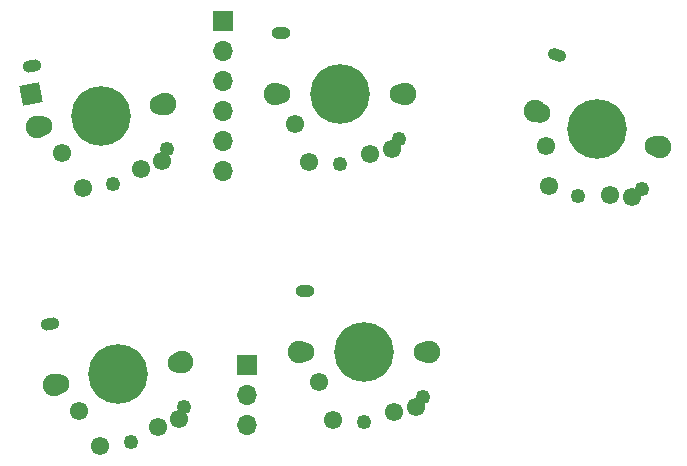
<source format=gbr>
%TF.GenerationSoftware,KiCad,Pcbnew,(6.99.0-4085-g6c752680d7)*%
%TF.CreationDate,2022-11-14T17:07:19+08:00*%
%TF.ProjectId,flex,666c6578-2e6b-4696-9361-645f70636258,rev?*%
%TF.SameCoordinates,Original*%
%TF.FileFunction,Soldermask,Bot*%
%TF.FilePolarity,Negative*%
%FSLAX46Y46*%
G04 Gerber Fmt 4.6, Leading zero omitted, Abs format (unit mm)*
G04 Created by KiCad (PCBNEW (6.99.0-4085-g6c752680d7)) date 2022-11-14 17:07:19*
%MOMM*%
%LPD*%
G01*
G04 APERTURE LIST*
G04 Aperture macros list*
%AMHorizOval*
0 Thick line with rounded ends*
0 $1 width*
0 $2 $3 position (X,Y) of the first rounded end (center of the circle)*
0 $4 $5 position (X,Y) of the second rounded end (center of the circle)*
0 Add line between two ends*
20,1,$1,$2,$3,$4,$5,0*
0 Add two circle primitives to create the rounded ends*
1,1,$1,$2,$3*
1,1,$1,$4,$5*%
%AMRotRect*
0 Rectangle, with rotation*
0 The origin of the aperture is its center*
0 $1 length*
0 $2 width*
0 $3 Rotation angle, in degrees counterclockwise*
0 Add horizontal line*
21,1,$1,$2,0,0,$3*%
G04 Aperture macros list end*
%ADD10R,1.700000X1.700000*%
%ADD11O,1.700000X1.700000*%
%ADD12C,1.900000*%
%ADD13C,1.750000*%
%ADD14HorizOval,1.000000X0.295442X0.052094X-0.295442X-0.052094X0*%
%ADD15C,1.550000*%
%ADD16C,5.050000*%
%ADD17C,1.250000*%
%ADD18O,1.600000X1.000000*%
%ADD19HorizOval,1.000000X0.288379X-0.082691X-0.288379X0.082691X0*%
%ADD20RotRect,1.700000X1.700000X11.000000*%
G04 APERTURE END LIST*
D10*
%TO.C,J2*%
X84959213Y-98494082D03*
D11*
X84959213Y-101034082D03*
X84959213Y-103574082D03*
%TD*%
D12*
%TO.C,SW9*%
X68672382Y-100136342D03*
D13*
X69086002Y-100063410D03*
D14*
X68270497Y-94977757D03*
D15*
X70777774Y-102344288D03*
X72526802Y-105295407D03*
D16*
X74088825Y-99181277D03*
D17*
X75113349Y-104991643D03*
D15*
X77472369Y-103743034D03*
X79238126Y-103045821D03*
D17*
X79672727Y-102055306D03*
D13*
X79091648Y-98299144D03*
D12*
X79505268Y-98226212D03*
%TD*%
%TO.C,SW19*%
X87334019Y-75508476D03*
D13*
X87754019Y-75508476D03*
D18*
X87834018Y-70358475D03*
D15*
X89024019Y-78048476D03*
X90234019Y-81258476D03*
D16*
X92834019Y-75508476D03*
D17*
X92834019Y-81408476D03*
D15*
X95374019Y-80588476D03*
X97234019Y-80208476D03*
D17*
X97834019Y-79308476D03*
D13*
X97914019Y-75508476D03*
D12*
X98334019Y-75508476D03*
%TD*%
%TO.C,SW14*%
X109340287Y-76989670D03*
D13*
X109744017Y-77105437D03*
D19*
X111240449Y-72176989D03*
D15*
X110264700Y-79897101D03*
X110543031Y-83316273D03*
D16*
X114627226Y-78505675D03*
D17*
X113000966Y-84177119D03*
D15*
X115668593Y-84089003D03*
X117561282Y-84236409D03*
D17*
X118386113Y-83536656D03*
D13*
X119510435Y-79905913D03*
D12*
X119914165Y-80021680D03*
%TD*%
D10*
%TO.C,J1*%
X82978828Y-69310873D03*
D11*
X82978828Y-71850873D03*
X82978828Y-74390873D03*
X82978828Y-76930873D03*
X82978828Y-79470873D03*
X82978828Y-82010873D03*
%TD*%
D12*
%TO.C,SW1*%
X89366022Y-97352476D03*
D13*
X89786022Y-97352476D03*
D18*
X89866021Y-92202475D03*
D15*
X91056022Y-99892476D03*
X92266022Y-103102476D03*
D16*
X94866022Y-97352476D03*
D17*
X94866022Y-103252476D03*
D15*
X97406022Y-102432476D03*
X99266022Y-102052476D03*
D17*
X99866022Y-101152476D03*
D13*
X99946022Y-97352476D03*
D12*
X100366022Y-97352476D03*
%TD*%
%TO.C,SW5*%
X67199186Y-78292338D03*
D13*
X67612806Y-78219406D03*
D14*
X66797301Y-73133753D03*
D15*
X69304578Y-80500284D03*
X71053606Y-83451403D03*
D16*
X72615629Y-77337273D03*
D17*
X73640153Y-83147639D03*
D15*
X75999173Y-81899030D03*
X77764930Y-81201817D03*
D17*
X78199531Y-80211302D03*
D13*
X77618452Y-76455140D03*
D12*
X78032072Y-76382208D03*
%TD*%
D20*
%TO.C,J3*%
X66648412Y-75536199D03*
%TD*%
M02*

</source>
